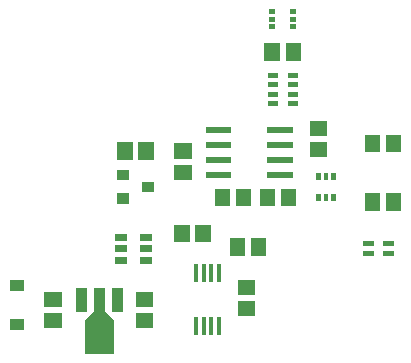
<source format=gbr>
G04 start of page 11 for group -4015 idx -4015 *
G04 Title: (unknown), toppaste *
G04 Creator: pcb 20140316 *
G04 CreationDate: Thu 21 Jan 2016 04:01:36 PM GMT UTC *
G04 For: ndholmes *
G04 Format: Gerber/RS-274X *
G04 PCB-Dimensions (mil): 1800.00 1500.00 *
G04 PCB-Coordinate-Origin: lower left *
%MOIN*%
%FSLAX25Y25*%
%LNTOPPASTE*%
%ADD100R,0.0240X0.0240*%
%ADD99R,0.0167X0.0167*%
%ADD98R,0.0130X0.0130*%
%ADD97R,0.0360X0.0360*%
%ADD96C,0.0001*%
%ADD95R,0.0945X0.0945*%
%ADD94R,0.0378X0.0378*%
%ADD93R,0.0165X0.0165*%
%ADD92R,0.0340X0.0340*%
%ADD91R,0.0200X0.0200*%
%ADD90R,0.0512X0.0512*%
G54D90*X118107Y19457D02*X118893D01*
X118107Y26543D02*X118893D01*
X125457Y56893D02*Y56107D01*
X132543Y56893D02*Y56107D01*
X142107Y72500D02*X142893D01*
X142107Y79586D02*X142893D01*
X104043Y44893D02*Y44107D01*
X96957Y44893D02*Y44107D01*
G54D91*X106000Y79000D02*X112500D01*
X106000Y74000D02*X112500D01*
X106000Y69000D02*X112500D01*
X106000Y64000D02*X112500D01*
X126500D02*X133000D01*
X126500Y69000D02*X133000D01*
X126500Y74000D02*X133000D01*
X126500Y79000D02*X133000D01*
G54D90*X97021Y72000D02*X97807D01*
X97021Y64914D02*X97807D01*
G54D92*X77200Y64000D02*X77800D01*
X77200Y56200D02*X77800D01*
X85400Y60100D02*X86000D01*
G54D90*X117543Y56893D02*Y56107D01*
X110457Y56893D02*Y56107D01*
G54D93*X142440Y56713D02*Y56260D01*
X145000Y56713D02*Y56260D01*
X147560Y56713D02*Y56260D01*
Y63740D02*Y63287D01*
X145000Y63740D02*Y63287D01*
X142440Y63740D02*Y63287D01*
G54D90*X134086Y105393D02*Y104607D01*
X127000Y105393D02*Y104607D01*
G54D94*X75406Y24405D02*Y20311D01*
X69500Y24405D02*Y12595D01*
G54D95*Y10861D02*Y8971D01*
G54D96*G36*
X71385Y18426D02*X74225Y15586D01*
X72805Y14166D01*
X69965Y17006D01*
X71385Y18426D01*
G37*
G36*
X64775Y15586D02*X67615Y18426D01*
X69035Y17006D01*
X66195Y14166D01*
X64775Y15586D01*
G37*
G54D94*X63594Y24405D02*Y20311D01*
G54D90*X53607Y22543D02*X54393D01*
X53607Y15457D02*X54393D01*
G54D97*X41400Y27084D02*X42600D01*
X41400Y14184D02*X42600D01*
G54D98*X109338Y33661D02*Y29055D01*
X106779Y33661D02*Y29055D01*
X104221Y33661D02*Y29055D01*
X101662Y33661D02*Y29055D01*
Y15945D02*Y11339D01*
X104221Y15945D02*Y11339D01*
X106779Y15945D02*Y11339D01*
X109338Y15945D02*Y11339D01*
G54D93*X126760Y118560D02*X127213D01*
X126760Y116000D02*X127213D01*
X126760Y113440D02*X127213D01*
X133787D02*X134240D01*
X133787Y116000D02*X134240D01*
X133787Y118560D02*X134240D01*
G54D99*X126369Y97299D02*X128239D01*
X126369Y94150D02*X128239D01*
X126369Y91000D02*X128239D01*
X126369Y87851D02*X128239D01*
X133065D02*X134935D01*
X133065Y91000D02*X134935D01*
X133065Y94150D02*X134935D01*
X133065Y97299D02*X134935D01*
G54D90*X167543Y55393D02*Y54607D01*
X160457Y55393D02*Y54607D01*
X167543Y74893D02*Y74107D01*
X160457Y74893D02*Y74107D01*
X115457Y40393D02*Y39607D01*
X122543Y40393D02*Y39607D01*
X84107Y22543D02*X84893D01*
X84107Y15457D02*X84893D01*
G54D100*X84200Y35500D02*X85800D01*
X84200Y39400D02*X85800D01*
X84200Y43300D02*X85800D01*
X76000D02*X77600D01*
X76000Y39400D02*X77600D01*
X76000Y35500D02*X77600D01*
G54D90*X77957Y72393D02*Y71607D01*
X85043Y72393D02*Y71607D01*
G54D99*X158217Y41075D02*X160087D01*
X158217Y37925D02*X160087D01*
X164913D02*X166783D01*
X164913Y41075D02*X166783D01*
M02*

</source>
